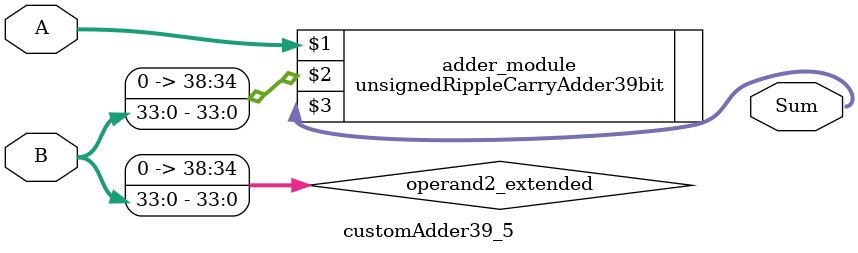
<source format=v>
module customAdder39_5(
                        input [38 : 0] A,
                        input [33 : 0] B,
                        
                        output [39 : 0] Sum
                );

        wire [38 : 0] operand2_extended;
        
        assign operand2_extended =  {5'b0, B};
        
        unsignedRippleCarryAdder39bit adder_module(
            A,
            operand2_extended,
            Sum
        );
        
        endmodule
        
</source>
